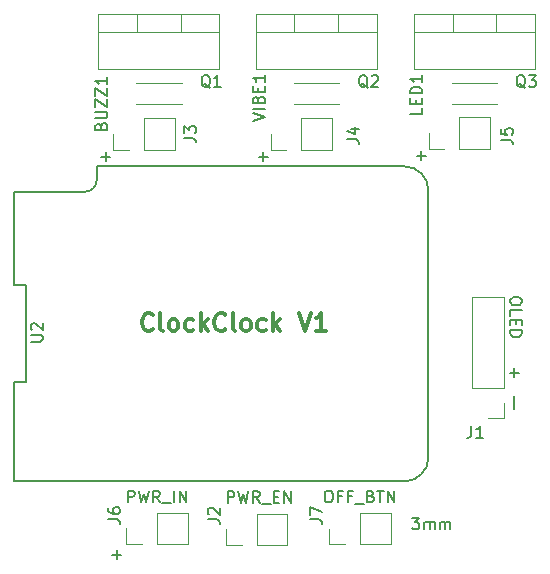
<source format=gbr>
G04 #@! TF.GenerationSoftware,KiCad,Pcbnew,(5.0.0)*
G04 #@! TF.CreationDate,2018-09-24T11:54:02-04:00*
G04 #@! TF.ProjectId,ClockClock,436C6F636B436C6F636B2E6B69636164,v1*
G04 #@! TF.SameCoordinates,Original*
G04 #@! TF.FileFunction,Legend,Top*
G04 #@! TF.FilePolarity,Positive*
%FSLAX46Y46*%
G04 Gerber Fmt 4.6, Leading zero omitted, Abs format (unit mm)*
G04 Created by KiCad (PCBNEW (5.0.0)) date 09/24/18 11:54:02*
%MOMM*%
%LPD*%
G01*
G04 APERTURE LIST*
%ADD10C,0.300000*%
%ADD11C,0.153000*%
%ADD12C,0.120000*%
%ADD13C,0.150000*%
G04 APERTURE END LIST*
D10*
X81788857Y-139727714D02*
X81717428Y-139799142D01*
X81503142Y-139870571D01*
X81360285Y-139870571D01*
X81146000Y-139799142D01*
X81003142Y-139656285D01*
X80931714Y-139513428D01*
X80860285Y-139227714D01*
X80860285Y-139013428D01*
X80931714Y-138727714D01*
X81003142Y-138584857D01*
X81146000Y-138442000D01*
X81360285Y-138370571D01*
X81503142Y-138370571D01*
X81717428Y-138442000D01*
X81788857Y-138513428D01*
X82646000Y-139870571D02*
X82503142Y-139799142D01*
X82431714Y-139656285D01*
X82431714Y-138370571D01*
X83431714Y-139870571D02*
X83288857Y-139799142D01*
X83217428Y-139727714D01*
X83146000Y-139584857D01*
X83146000Y-139156285D01*
X83217428Y-139013428D01*
X83288857Y-138942000D01*
X83431714Y-138870571D01*
X83646000Y-138870571D01*
X83788857Y-138942000D01*
X83860285Y-139013428D01*
X83931714Y-139156285D01*
X83931714Y-139584857D01*
X83860285Y-139727714D01*
X83788857Y-139799142D01*
X83646000Y-139870571D01*
X83431714Y-139870571D01*
X85217428Y-139799142D02*
X85074571Y-139870571D01*
X84788857Y-139870571D01*
X84646000Y-139799142D01*
X84574571Y-139727714D01*
X84503142Y-139584857D01*
X84503142Y-139156285D01*
X84574571Y-139013428D01*
X84646000Y-138942000D01*
X84788857Y-138870571D01*
X85074571Y-138870571D01*
X85217428Y-138942000D01*
X85860285Y-139870571D02*
X85860285Y-138370571D01*
X86003142Y-139299142D02*
X86431714Y-139870571D01*
X86431714Y-138870571D02*
X85860285Y-139442000D01*
X87931714Y-139727714D02*
X87860285Y-139799142D01*
X87646000Y-139870571D01*
X87503142Y-139870571D01*
X87288857Y-139799142D01*
X87146000Y-139656285D01*
X87074571Y-139513428D01*
X87003142Y-139227714D01*
X87003142Y-139013428D01*
X87074571Y-138727714D01*
X87146000Y-138584857D01*
X87288857Y-138442000D01*
X87503142Y-138370571D01*
X87646000Y-138370571D01*
X87860285Y-138442000D01*
X87931714Y-138513428D01*
X88788857Y-139870571D02*
X88646000Y-139799142D01*
X88574571Y-139656285D01*
X88574571Y-138370571D01*
X89574571Y-139870571D02*
X89431714Y-139799142D01*
X89360285Y-139727714D01*
X89288857Y-139584857D01*
X89288857Y-139156285D01*
X89360285Y-139013428D01*
X89431714Y-138942000D01*
X89574571Y-138870571D01*
X89788857Y-138870571D01*
X89931714Y-138942000D01*
X90003142Y-139013428D01*
X90074571Y-139156285D01*
X90074571Y-139584857D01*
X90003142Y-139727714D01*
X89931714Y-139799142D01*
X89788857Y-139870571D01*
X89574571Y-139870571D01*
X91360285Y-139799142D02*
X91217428Y-139870571D01*
X90931714Y-139870571D01*
X90788857Y-139799142D01*
X90717428Y-139727714D01*
X90646000Y-139584857D01*
X90646000Y-139156285D01*
X90717428Y-139013428D01*
X90788857Y-138942000D01*
X90931714Y-138870571D01*
X91217428Y-138870571D01*
X91360285Y-138942000D01*
X92003142Y-139870571D02*
X92003142Y-138370571D01*
X92146000Y-139299142D02*
X92574571Y-139870571D01*
X92574571Y-138870571D02*
X92003142Y-139442000D01*
X94146000Y-138370571D02*
X94646000Y-139870571D01*
X95146000Y-138370571D01*
X96431714Y-139870571D02*
X95574571Y-139870571D01*
X96003142Y-139870571D02*
X96003142Y-138370571D01*
X95860285Y-138584857D01*
X95717428Y-138727714D01*
X95574571Y-138799142D01*
D11*
X96575904Y-153376380D02*
X96766380Y-153376380D01*
X96861619Y-153424000D01*
X96956857Y-153519238D01*
X97004476Y-153709714D01*
X97004476Y-154043047D01*
X96956857Y-154233523D01*
X96861619Y-154328761D01*
X96766380Y-154376380D01*
X96575904Y-154376380D01*
X96480666Y-154328761D01*
X96385428Y-154233523D01*
X96337809Y-154043047D01*
X96337809Y-153709714D01*
X96385428Y-153519238D01*
X96480666Y-153424000D01*
X96575904Y-153376380D01*
X97766380Y-153852571D02*
X97433047Y-153852571D01*
X97433047Y-154376380D02*
X97433047Y-153376380D01*
X97909238Y-153376380D01*
X98623523Y-153852571D02*
X98290190Y-153852571D01*
X98290190Y-154376380D02*
X98290190Y-153376380D01*
X98766380Y-153376380D01*
X98909238Y-154471619D02*
X99671142Y-154471619D01*
X100242571Y-153852571D02*
X100385428Y-153900190D01*
X100433047Y-153947809D01*
X100480666Y-154043047D01*
X100480666Y-154185904D01*
X100433047Y-154281142D01*
X100385428Y-154328761D01*
X100290190Y-154376380D01*
X99909238Y-154376380D01*
X99909238Y-153376380D01*
X100242571Y-153376380D01*
X100337809Y-153424000D01*
X100385428Y-153471619D01*
X100433047Y-153566857D01*
X100433047Y-153662095D01*
X100385428Y-153757333D01*
X100337809Y-153804952D01*
X100242571Y-153852571D01*
X99909238Y-153852571D01*
X100766380Y-153376380D02*
X101337809Y-153376380D01*
X101052095Y-154376380D02*
X101052095Y-153376380D01*
X101671142Y-154376380D02*
X101671142Y-153376380D01*
X102242571Y-154376380D01*
X102242571Y-153376380D01*
X103743333Y-155662380D02*
X104362380Y-155662380D01*
X104029047Y-156043333D01*
X104171904Y-156043333D01*
X104267142Y-156090952D01*
X104314761Y-156138571D01*
X104362380Y-156233809D01*
X104362380Y-156471904D01*
X104314761Y-156567142D01*
X104267142Y-156614761D01*
X104171904Y-156662380D01*
X103886190Y-156662380D01*
X103790952Y-156614761D01*
X103743333Y-156567142D01*
X104790952Y-156662380D02*
X104790952Y-155995714D01*
X104790952Y-156090952D02*
X104838571Y-156043333D01*
X104933809Y-155995714D01*
X105076666Y-155995714D01*
X105171904Y-156043333D01*
X105219523Y-156138571D01*
X105219523Y-156662380D01*
X105219523Y-156138571D02*
X105267142Y-156043333D01*
X105362380Y-155995714D01*
X105505238Y-155995714D01*
X105600476Y-156043333D01*
X105648095Y-156138571D01*
X105648095Y-156662380D01*
X106124285Y-156662380D02*
X106124285Y-155995714D01*
X106124285Y-156090952D02*
X106171904Y-156043333D01*
X106267142Y-155995714D01*
X106410000Y-155995714D01*
X106505238Y-156043333D01*
X106552857Y-156138571D01*
X106552857Y-156662380D01*
X106552857Y-156138571D02*
X106600476Y-156043333D01*
X106695714Y-155995714D01*
X106838571Y-155995714D01*
X106933809Y-156043333D01*
X106981428Y-156138571D01*
X106981428Y-156662380D01*
X77795428Y-125475952D02*
X77795428Y-124714047D01*
X78176380Y-125095000D02*
X77414476Y-125095000D01*
X79673903Y-154368621D02*
X79673903Y-153368621D01*
X80054855Y-153368621D01*
X80150094Y-153416241D01*
X80197713Y-153463860D01*
X80245332Y-153559098D01*
X80245332Y-153701955D01*
X80197713Y-153797193D01*
X80150094Y-153844812D01*
X80054855Y-153892431D01*
X79673903Y-153892431D01*
X80578665Y-153368621D02*
X80816760Y-154368621D01*
X81007236Y-153654336D01*
X81197713Y-154368621D01*
X81435808Y-153368621D01*
X82388189Y-154368621D02*
X82054855Y-153892431D01*
X81816760Y-154368621D02*
X81816760Y-153368621D01*
X82197713Y-153368621D01*
X82292951Y-153416241D01*
X82340570Y-153463860D01*
X82388189Y-153559098D01*
X82388189Y-153701955D01*
X82340570Y-153797193D01*
X82292951Y-153844812D01*
X82197713Y-153892431D01*
X81816760Y-153892431D01*
X82578665Y-154463860D02*
X83340570Y-154463860D01*
X83578665Y-154368621D02*
X83578665Y-153368621D01*
X84054855Y-154368621D02*
X84054855Y-153368621D01*
X84626284Y-154368621D01*
X84626284Y-153368621D01*
X112399609Y-145361644D02*
X112399609Y-146504501D01*
X112409923Y-143012120D02*
X112409923Y-143774025D01*
X112028971Y-143393073D02*
X112790875Y-143393073D01*
X104140047Y-125039428D02*
X104901952Y-125039428D01*
X104521000Y-125420380D02*
X104521000Y-124658476D01*
X91130428Y-125475952D02*
X91130428Y-124714047D01*
X91511380Y-125095000D02*
X90749476Y-125095000D01*
X78359047Y-158821428D02*
X79120952Y-158821428D01*
X78740000Y-159202380D02*
X78740000Y-158440476D01*
X88116134Y-154409436D02*
X88116134Y-153409436D01*
X88497087Y-153409436D01*
X88592325Y-153457056D01*
X88639944Y-153504675D01*
X88687563Y-153599913D01*
X88687563Y-153742770D01*
X88639944Y-153838008D01*
X88592325Y-153885627D01*
X88497087Y-153933246D01*
X88116134Y-153933246D01*
X89020896Y-153409436D02*
X89258991Y-154409436D01*
X89449468Y-153695151D01*
X89639944Y-154409436D01*
X89878039Y-153409436D01*
X90830420Y-154409436D02*
X90497087Y-153933246D01*
X90258991Y-154409436D02*
X90258991Y-153409436D01*
X90639944Y-153409436D01*
X90735182Y-153457056D01*
X90782801Y-153504675D01*
X90830420Y-153599913D01*
X90830420Y-153742770D01*
X90782801Y-153838008D01*
X90735182Y-153885627D01*
X90639944Y-153933246D01*
X90258991Y-153933246D01*
X91020896Y-154504675D02*
X91782801Y-154504675D01*
X92020896Y-153885627D02*
X92354230Y-153885627D01*
X92497087Y-154409436D02*
X92020896Y-154409436D01*
X92020896Y-153409436D01*
X92497087Y-153409436D01*
X92925658Y-154409436D02*
X92925658Y-153409436D01*
X93497087Y-154409436D01*
X93497087Y-153409436D01*
X113028971Y-137241692D02*
X113028971Y-137432168D01*
X112981352Y-137527406D01*
X112886113Y-137622644D01*
X112695637Y-137670263D01*
X112362304Y-137670263D01*
X112171828Y-137622644D01*
X112076590Y-137527406D01*
X112028971Y-137432168D01*
X112028971Y-137241692D01*
X112076590Y-137146453D01*
X112171828Y-137051215D01*
X112362304Y-137003596D01*
X112695637Y-137003596D01*
X112886113Y-137051215D01*
X112981352Y-137146453D01*
X113028971Y-137241692D01*
X112028971Y-138575025D02*
X112028971Y-138098834D01*
X113028971Y-138098834D01*
X112552780Y-138908358D02*
X112552780Y-139241692D01*
X112028971Y-139384549D02*
X112028971Y-138908358D01*
X113028971Y-138908358D01*
X113028971Y-139384549D01*
X112028971Y-139813120D02*
X113028971Y-139813120D01*
X113028971Y-140051215D01*
X112981352Y-140194073D01*
X112886113Y-140289311D01*
X112790875Y-140336930D01*
X112600399Y-140384549D01*
X112457542Y-140384549D01*
X112267066Y-140336930D01*
X112171828Y-140289311D01*
X112076590Y-140194073D01*
X112028971Y-140051215D01*
X112028971Y-139813120D01*
D12*
G04 #@! TO.C,J1*
X111489000Y-147266000D02*
X110159000Y-147266000D01*
X111489000Y-145936000D02*
X111489000Y-147266000D01*
X111489000Y-144666000D02*
X108829000Y-144666000D01*
X108829000Y-144666000D02*
X108829000Y-136986000D01*
X111489000Y-144666000D02*
X111489000Y-136986000D01*
X111489000Y-136986000D02*
X108829000Y-136986000D01*
D13*
G04 #@! TO.C,U2*
X77035000Y-125927000D02*
X77035000Y-125927000D01*
X77035000Y-127087000D02*
X77035000Y-125927000D01*
X76035000Y-128077000D02*
G75*
G03X77035000Y-127077000I0J1000000D01*
G01*
X70035000Y-128077000D02*
X76035000Y-128077000D01*
X103115000Y-152587000D02*
G75*
G03X105115000Y-150587000I0J2000000D01*
G01*
X105115000Y-127927000D02*
G75*
G03X103115000Y-125927000I-2000000J0D01*
G01*
X70035000Y-144157000D02*
X70035000Y-152586999D01*
X71035000Y-144157000D02*
X70035000Y-144157000D01*
X71035000Y-135937000D02*
X71035000Y-144157000D01*
X70035000Y-135937000D02*
X71035000Y-135937000D01*
X70035000Y-128077000D02*
X70035000Y-135937000D01*
X103115000Y-125927000D02*
X77035000Y-125927000D01*
X105115000Y-150587000D02*
X105115000Y-127927000D01*
X70035000Y-152587000D02*
X103115000Y-152587000D01*
D12*
G04 #@! TO.C,J5*
X105145000Y-124422000D02*
X105145000Y-123092000D01*
X106475000Y-124422000D02*
X105145000Y-124422000D01*
X107745000Y-124422000D02*
X107745000Y-121762000D01*
X107745000Y-121762000D02*
X110345000Y-121762000D01*
X107745000Y-124422000D02*
X110345000Y-124422000D01*
X110345000Y-124422000D02*
X110345000Y-121762000D01*
G04 #@! TO.C,J4*
X91761000Y-124520000D02*
X91761000Y-123190000D01*
X93091000Y-124520000D02*
X91761000Y-124520000D01*
X94361000Y-124520000D02*
X94361000Y-121860000D01*
X94361000Y-121860000D02*
X96961000Y-121860000D01*
X94361000Y-124520000D02*
X96961000Y-124520000D01*
X96961000Y-124520000D02*
X96961000Y-121860000D01*
G04 #@! TO.C,J3*
X78426000Y-124520000D02*
X78426000Y-123190000D01*
X79756000Y-124520000D02*
X78426000Y-124520000D01*
X81026000Y-124520000D02*
X81026000Y-121860000D01*
X81026000Y-121860000D02*
X83626000Y-121860000D01*
X81026000Y-124520000D02*
X83626000Y-124520000D01*
X83626000Y-124520000D02*
X83626000Y-121860000D01*
G04 #@! TO.C,J2*
X87988600Y-157989000D02*
X87988600Y-156659000D01*
X89318600Y-157989000D02*
X87988600Y-157989000D01*
X90588600Y-157989000D02*
X90588600Y-155329000D01*
X90588600Y-155329000D02*
X93188600Y-155329000D01*
X90588600Y-157989000D02*
X93188600Y-157989000D01*
X93188600Y-157989000D02*
X93188600Y-155329000D01*
G04 #@! TO.C,BUZZ1*
X80383900Y-120681000D02*
X84223900Y-120681000D01*
X80383900Y-118841000D02*
X84223900Y-118841000D01*
G04 #@! TO.C,LED1*
X107095000Y-120681000D02*
X110935000Y-120681000D01*
X107095000Y-118841000D02*
X110935000Y-118841000D01*
G04 #@! TO.C,Q1*
X84154900Y-113004000D02*
X84154900Y-114514000D01*
X80453900Y-113004000D02*
X80453900Y-114514000D01*
X77183900Y-114514000D02*
X87423900Y-114514000D01*
X87423900Y-113004000D02*
X87423900Y-117645000D01*
X77183900Y-113004000D02*
X77183900Y-117645000D01*
X77183900Y-117645000D02*
X87423900Y-117645000D01*
X77183900Y-113004000D02*
X87423900Y-113004000D01*
G04 #@! TO.C,Q2*
X97474100Y-113056000D02*
X97474100Y-114566000D01*
X93773100Y-113056000D02*
X93773100Y-114566000D01*
X90503100Y-114566000D02*
X100743100Y-114566000D01*
X100743100Y-113056000D02*
X100743100Y-117697000D01*
X90503100Y-113056000D02*
X90503100Y-117697000D01*
X90503100Y-117697000D02*
X100743100Y-117697000D01*
X90503100Y-113056000D02*
X100743100Y-113056000D01*
G04 #@! TO.C,Q3*
X110868000Y-113059000D02*
X110868000Y-114569000D01*
X107167000Y-113059000D02*
X107167000Y-114569000D01*
X103897000Y-114569000D02*
X114137000Y-114569000D01*
X114137000Y-113059000D02*
X114137000Y-117700000D01*
X103897000Y-113059000D02*
X103897000Y-117700000D01*
X103897000Y-117700000D02*
X114137000Y-117700000D01*
X103897000Y-113059000D02*
X114137000Y-113059000D01*
G04 #@! TO.C,VIBE1*
X93711000Y-120681000D02*
X97551000Y-120681000D01*
X93711000Y-118841000D02*
X97551000Y-118841000D01*
G04 #@! TO.C,J6*
X79550100Y-157913000D02*
X79550100Y-156583000D01*
X80880100Y-157913000D02*
X79550100Y-157913000D01*
X82150100Y-157913000D02*
X82150100Y-155253000D01*
X82150100Y-155253000D02*
X84750100Y-155253000D01*
X82150100Y-157913000D02*
X84750100Y-157913000D01*
X84750100Y-157913000D02*
X84750100Y-155253000D01*
G04 #@! TO.C,J7*
X96714000Y-157921000D02*
X96714000Y-156591000D01*
X98044000Y-157921000D02*
X96714000Y-157921000D01*
X99314000Y-157921000D02*
X99314000Y-155261000D01*
X99314000Y-155261000D02*
X101914000Y-155261000D01*
X99314000Y-157921000D02*
X101914000Y-157921000D01*
X101914000Y-157921000D02*
X101914000Y-155261000D01*
G04 #@! TO.C,J1*
D13*
X108759314Y-147915307D02*
X108759314Y-148629593D01*
X108711695Y-148772450D01*
X108616457Y-148867688D01*
X108473600Y-148915307D01*
X108378362Y-148915307D01*
X109759314Y-148915307D02*
X109187886Y-148915307D01*
X109473600Y-148915307D02*
X109473600Y-147915307D01*
X109378362Y-148058165D01*
X109283124Y-148153403D01*
X109187886Y-148201022D01*
G04 #@! TO.C,U2*
X71452379Y-140761879D02*
X72261903Y-140761879D01*
X72357141Y-140714260D01*
X72404760Y-140666641D01*
X72452379Y-140571403D01*
X72452379Y-140380927D01*
X72404760Y-140285689D01*
X72357141Y-140238070D01*
X72261903Y-140190451D01*
X71452379Y-140190451D01*
X71547618Y-139761879D02*
X71499999Y-139714260D01*
X71452379Y-139619022D01*
X71452379Y-139380927D01*
X71499999Y-139285689D01*
X71547618Y-139238070D01*
X71642856Y-139190451D01*
X71738094Y-139190451D01*
X71880951Y-139238070D01*
X72452379Y-139809498D01*
X72452379Y-139190451D01*
G04 #@! TO.C,J5*
X111261380Y-123679333D02*
X111975666Y-123679333D01*
X112118523Y-123726952D01*
X112213761Y-123822190D01*
X112261380Y-123965047D01*
X112261380Y-124060285D01*
X111261380Y-122726952D02*
X111261380Y-123203142D01*
X111737571Y-123250761D01*
X111689952Y-123203142D01*
X111642333Y-123107904D01*
X111642333Y-122869809D01*
X111689952Y-122774571D01*
X111737571Y-122726952D01*
X111832809Y-122679333D01*
X112070904Y-122679333D01*
X112166142Y-122726952D01*
X112213761Y-122774571D01*
X112261380Y-122869809D01*
X112261380Y-123107904D01*
X112213761Y-123203142D01*
X112166142Y-123250761D01*
G04 #@! TO.C,J4*
X98243535Y-123628648D02*
X98957821Y-123628648D01*
X99100678Y-123676267D01*
X99195916Y-123771505D01*
X99243535Y-123914362D01*
X99243535Y-124009600D01*
X98576869Y-122723886D02*
X99243535Y-122723886D01*
X98195916Y-122961981D02*
X98910202Y-123200076D01*
X98910202Y-122581029D01*
G04 #@! TO.C,J3*
X84430411Y-123520293D02*
X85144697Y-123520293D01*
X85287554Y-123567912D01*
X85382792Y-123663150D01*
X85430411Y-123806007D01*
X85430411Y-123901245D01*
X84430411Y-123139340D02*
X84430411Y-122520293D01*
X84811364Y-122853626D01*
X84811364Y-122710769D01*
X84858983Y-122615531D01*
X84906602Y-122567912D01*
X85001840Y-122520293D01*
X85239935Y-122520293D01*
X85335173Y-122567912D01*
X85382792Y-122615531D01*
X85430411Y-122710769D01*
X85430411Y-122996483D01*
X85382792Y-123091721D01*
X85335173Y-123139340D01*
G04 #@! TO.C,J2*
X86440980Y-155814333D02*
X87155266Y-155814333D01*
X87298123Y-155861952D01*
X87393361Y-155957190D01*
X87440980Y-156100047D01*
X87440980Y-156195285D01*
X86536219Y-155385761D02*
X86488600Y-155338142D01*
X86440980Y-155242904D01*
X86440980Y-155004809D01*
X86488600Y-154909571D01*
X86536219Y-154861952D01*
X86631457Y-154814333D01*
X86726695Y-154814333D01*
X86869552Y-154861952D01*
X87440980Y-155433380D01*
X87440980Y-154814333D01*
G04 #@! TO.C,BUZZ1*
X77398571Y-122530952D02*
X77446190Y-122388095D01*
X77493809Y-122340476D01*
X77589047Y-122292857D01*
X77731904Y-122292857D01*
X77827142Y-122340476D01*
X77874761Y-122388095D01*
X77922380Y-122483333D01*
X77922380Y-122864285D01*
X76922380Y-122864285D01*
X76922380Y-122530952D01*
X76970000Y-122435714D01*
X77017619Y-122388095D01*
X77112857Y-122340476D01*
X77208095Y-122340476D01*
X77303333Y-122388095D01*
X77350952Y-122435714D01*
X77398571Y-122530952D01*
X77398571Y-122864285D01*
X76922380Y-121864285D02*
X77731904Y-121864285D01*
X77827142Y-121816666D01*
X77874761Y-121769047D01*
X77922380Y-121673809D01*
X77922380Y-121483333D01*
X77874761Y-121388095D01*
X77827142Y-121340476D01*
X77731904Y-121292857D01*
X76922380Y-121292857D01*
X76922380Y-120911904D02*
X76922380Y-120245238D01*
X77922380Y-120911904D01*
X77922380Y-120245238D01*
X76922380Y-119959523D02*
X76922380Y-119292857D01*
X77922380Y-119959523D01*
X77922380Y-119292857D01*
X77922380Y-118388095D02*
X77922380Y-118959523D01*
X77922380Y-118673809D02*
X76922380Y-118673809D01*
X77065238Y-118769047D01*
X77160476Y-118864285D01*
X77208095Y-118959523D01*
G04 #@! TO.C,LED1*
X104592380Y-120978053D02*
X104592380Y-121454244D01*
X103592380Y-121454244D01*
X104068571Y-120644720D02*
X104068571Y-120311386D01*
X104592380Y-120168529D02*
X104592380Y-120644720D01*
X103592380Y-120644720D01*
X103592380Y-120168529D01*
X104592380Y-119739958D02*
X103592380Y-119739958D01*
X103592380Y-119501863D01*
X103640000Y-119359006D01*
X103735238Y-119263767D01*
X103830476Y-119216148D01*
X104020952Y-119168529D01*
X104163809Y-119168529D01*
X104354285Y-119216148D01*
X104449523Y-119263767D01*
X104544761Y-119359006D01*
X104592380Y-119501863D01*
X104592380Y-119739958D01*
X104592380Y-118216148D02*
X104592380Y-118787577D01*
X104592380Y-118501863D02*
X103592380Y-118501863D01*
X103735238Y-118597101D01*
X103830476Y-118692339D01*
X103878095Y-118787577D01*
G04 #@! TO.C,Q1*
X86645734Y-119292544D02*
X86550496Y-119244925D01*
X86455258Y-119149686D01*
X86312401Y-119006829D01*
X86217163Y-118959210D01*
X86121925Y-118959210D01*
X86169544Y-119197305D02*
X86074306Y-119149686D01*
X85979068Y-119054448D01*
X85931449Y-118863972D01*
X85931449Y-118530639D01*
X85979068Y-118340163D01*
X86074306Y-118244925D01*
X86169544Y-118197305D01*
X86360020Y-118197305D01*
X86455258Y-118244925D01*
X86550496Y-118340163D01*
X86598115Y-118530639D01*
X86598115Y-118863972D01*
X86550496Y-119054448D01*
X86455258Y-119149686D01*
X86360020Y-119197305D01*
X86169544Y-119197305D01*
X87550496Y-119197305D02*
X86979068Y-119197305D01*
X87264782Y-119197305D02*
X87264782Y-118197305D01*
X87169544Y-118340163D01*
X87074306Y-118435401D01*
X86979068Y-118483020D01*
G04 #@! TO.C,Q2*
X99980758Y-119292324D02*
X99885520Y-119244705D01*
X99790282Y-119149466D01*
X99647425Y-119006609D01*
X99552187Y-118958990D01*
X99456949Y-118958990D01*
X99504568Y-119197085D02*
X99409330Y-119149466D01*
X99314092Y-119054228D01*
X99266473Y-118863752D01*
X99266473Y-118530419D01*
X99314092Y-118339943D01*
X99409330Y-118244705D01*
X99504568Y-118197085D01*
X99695044Y-118197085D01*
X99790282Y-118244705D01*
X99885520Y-118339943D01*
X99933139Y-118530419D01*
X99933139Y-118863752D01*
X99885520Y-119054228D01*
X99790282Y-119149466D01*
X99695044Y-119197085D01*
X99504568Y-119197085D01*
X100314092Y-118292324D02*
X100361711Y-118244705D01*
X100456949Y-118197085D01*
X100695044Y-118197085D01*
X100790282Y-118244705D01*
X100837901Y-118292324D01*
X100885520Y-118387562D01*
X100885520Y-118482800D01*
X100837901Y-118625657D01*
X100266473Y-119197085D01*
X100885520Y-119197085D01*
G04 #@! TO.C,Q3*
X113315494Y-119292625D02*
X113220256Y-119245006D01*
X113125018Y-119149767D01*
X112982161Y-119006910D01*
X112886923Y-118959291D01*
X112791685Y-118959291D01*
X112839304Y-119197386D02*
X112744066Y-119149767D01*
X112648828Y-119054529D01*
X112601209Y-118864053D01*
X112601209Y-118530720D01*
X112648828Y-118340244D01*
X112744066Y-118245006D01*
X112839304Y-118197386D01*
X113029780Y-118197386D01*
X113125018Y-118245006D01*
X113220256Y-118340244D01*
X113267875Y-118530720D01*
X113267875Y-118864053D01*
X113220256Y-119054529D01*
X113125018Y-119149767D01*
X113029780Y-119197386D01*
X112839304Y-119197386D01*
X113601209Y-118197386D02*
X114220256Y-118197386D01*
X113886923Y-118578339D01*
X114029780Y-118578339D01*
X114125018Y-118625958D01*
X114172637Y-118673577D01*
X114220256Y-118768815D01*
X114220256Y-119006910D01*
X114172637Y-119102148D01*
X114125018Y-119149767D01*
X114029780Y-119197386D01*
X113744066Y-119197386D01*
X113648828Y-119149767D01*
X113601209Y-119102148D01*
G04 #@! TO.C,VIBE1*
X90257380Y-122073000D02*
X91257380Y-121739666D01*
X90257380Y-121406333D01*
X91257380Y-121073000D02*
X90257380Y-121073000D01*
X90733571Y-120263476D02*
X90781190Y-120120619D01*
X90828809Y-120073000D01*
X90924047Y-120025380D01*
X91066904Y-120025380D01*
X91162142Y-120073000D01*
X91209761Y-120120619D01*
X91257380Y-120215857D01*
X91257380Y-120596809D01*
X90257380Y-120596809D01*
X90257380Y-120263476D01*
X90305000Y-120168238D01*
X90352619Y-120120619D01*
X90447857Y-120073000D01*
X90543095Y-120073000D01*
X90638333Y-120120619D01*
X90685952Y-120168238D01*
X90733571Y-120263476D01*
X90733571Y-120596809D01*
X90733571Y-119596809D02*
X90733571Y-119263476D01*
X91257380Y-119120619D02*
X91257380Y-119596809D01*
X90257380Y-119596809D01*
X90257380Y-119120619D01*
X91257380Y-118168238D02*
X91257380Y-118739666D01*
X91257380Y-118453952D02*
X90257380Y-118453952D01*
X90400238Y-118549190D01*
X90495476Y-118644428D01*
X90543095Y-118739666D01*
G04 #@! TO.C,J6*
X78002480Y-155789720D02*
X78716766Y-155789720D01*
X78859623Y-155837339D01*
X78954861Y-155932577D01*
X79002480Y-156075434D01*
X79002480Y-156170672D01*
X78002480Y-154884958D02*
X78002480Y-155075434D01*
X78050100Y-155170672D01*
X78097719Y-155218291D01*
X78240576Y-155313529D01*
X78431052Y-155361148D01*
X78812004Y-155361148D01*
X78907242Y-155313529D01*
X78954861Y-155265910D01*
X79002480Y-155170672D01*
X79002480Y-154980196D01*
X78954861Y-154884958D01*
X78907242Y-154837339D01*
X78812004Y-154789720D01*
X78573909Y-154789720D01*
X78478671Y-154837339D01*
X78431052Y-154884958D01*
X78383433Y-154980196D01*
X78383433Y-155170672D01*
X78431052Y-155265910D01*
X78478671Y-155313529D01*
X78573909Y-155361148D01*
G04 #@! TO.C,J7*
X95083380Y-155781333D02*
X95797666Y-155781333D01*
X95940523Y-155828952D01*
X96035761Y-155924190D01*
X96083380Y-156067047D01*
X96083380Y-156162285D01*
X95083380Y-155400380D02*
X95083380Y-154733714D01*
X96083380Y-155162285D01*
G04 #@! TD*
M02*

</source>
